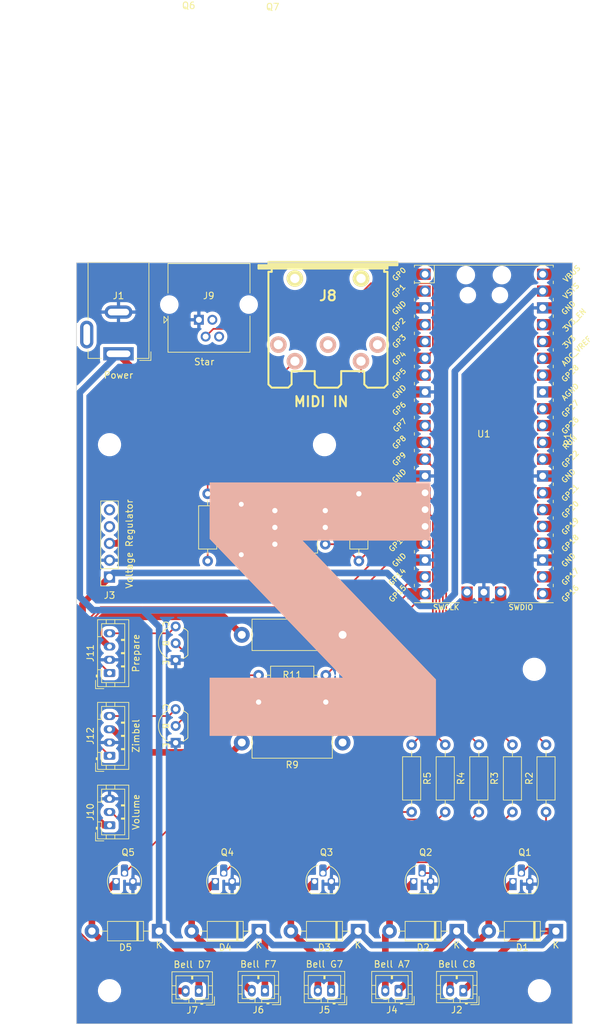
<source format=kicad_pcb>
(kicad_pcb (version 20221018) (generator pcbnew)
  (layers (0 "F.Cu" signal) (31 "B.Cu" signal) (34 "B.Paste" user) (35 "F.Paste" user) (36 "B.SilkS" user "B.Silkscreen") (37 "F.SilkS" user "F.Silkscreen") (38 "B.Mask" user) (39 "F.Mask" user) (44 "Edge.Cuts" user))
  (net 0 "")
  (net 1 "GND")
  (net 2 "+3V3")
  (net 5 "STAR_TX")
  (net 7 "+12V")
  (net 9 "ZIMBLE_SWITCH")
  (net 10 "Net-(D1-A)")
  (net 11 "Net-(D2-A)")
  (net 12 "Net-(D3-A)")
  (net 13 "Net-(D4-A)")
  (net 14 "Net-(D5-A)")
  (net 15 "Net-(D6-K)")
  (net 16 "Net-(D6-A)")
  (net 19 "Net-(J8-Pad4)")
  (net 21 "Net-(Q1-B)")
  (net 22 "Net-(Q2-B)")
  (net 23 "Net-(Q3-B)")
  (net 24 "Net-(Q4-B)")
  (net 25 "Net-(Q5-B)")
  (net 26 "BELL1")
  (net 27 "BELL2")
  (net 28 "BELL3")
  (net 29 "BELL4")
  (net 30 "BELL5")
  (net 33 "PREPARE_SWITCH")
  (net 34 "VOLUME_POT")
  (net 35 "Net-(Q6-B)")
  (net 37 "MIDI_RX")
  (net 44 "Net-(Q7-B)")
  (net 54 "ZIMBLE_LAMP")
  (net 55 "PREPARE_LAMP")
  (net 61 "Net-(J11-Pin_3)")
  (net 62 "Net-(J11-Pin_4)")
  (net 63 "Net-(J12-Pin_3)")
  (net 64 "Net-(J12-Pin_4)")
  (footprint "Connector_JST:JST_PH_B2B-PH-K_1x02_P2.00mm_Vertical" (layer "F.Cu") (at 78.5 140 180)
    (fp_text reference "J5" (at 1 -2.9) (layer "F.SilkS"))
    (fp_text value "Bell G7" (at 1 4) (layer "F.SilkS"))
    (pad "1" thru_hole roundrect (at 0 0 180) (size 1.2 1.75) (drill 0.75) (layers "*.Cu" "*.Mask") (roundrect_rratio 0.2083333333) (net 7 "+12V"))
    (pad "2" thru_hole oval (at 2 0 180) (size 1.2 1.75) (drill 0.75) (layers "*.Cu" "*.Mask") (net 12 "Net-(D3-A)"))
  )
  (footprint "Package_TO_SOT_THT_AKL:TO-92_Inline_Wide_EBC" (layer "F.Cu") (at 55 90.04 90)
    (fp_text reference "Q7" (at 98.68 14.67) (layer "F.SilkS"))
    (fp_text value "2N2222A-TO92" hide)
    (fp_text user "E" (at -0.381 -1.524 -90 unlocked) (layer "F.SilkS") (effects (font (size 0.9 0.9))))
    (fp_text user "B" (at 2.54 -1.524 -90 unlocked) (layer "F.SilkS") (effects (font (size 0.9 0.9))))
    (fp_text user "C" (at 5.461 -1.524 -90 unlocked) (layer "F.SilkS") (effects (font (size 0.9 0.9))))
    (pad "1" thru_hole rect (at 0 0 180) (size 1.5 1.5) (drill 0.8) (layers "*.Cu" "*.Mask") (net 1 "GND"))
    (pad "2" thru_hole circle (at 2.54 0 180) (size 1.5 1.5) (drill 0.8) (layers "*.Cu" "*.Mask") (net 44 "Net-(Q7-B)"))
    (pad "3" thru_hole circle (at 5.08 0 180) (size 1.5 1.5) (drill 0.8) (layers "*.Cu" "*.Mask") (net 62 "Net-(J11-Pin_4)"))
  )
  (footprint "MountingHole:MountingHole_3mm" (layer "F.Cu") (at 109.22 91.44)
    (fp_text reference "H5" hide)
    (fp_text value "MountingHole")
    (pad "" np_thru_hole circle (at 0 0) (size 3 3) (drill 3) (layers "*.Cu" "*.Mask"))
  )
  (footprint "Connector_JST:JST_PH_B2B-PH-K_1x02_P2.00mm_Vertical" (layer "F.Cu") (at 68.5 140 180)
    (fp_text reference "J6" (at 1 -2.9) (layer "F.SilkS"))
    (fp_text value "Bell F7" (at 1 4) (layer "F.SilkS"))
    (pad "1" thru_hole roundrect (at 0 0 180) (size 1.2 1.75) (drill 0.75) (layers "*.Cu" "*.Mask") (roundrect_rratio 0.2083333333) (net 7 "+12V"))
    (pad "2" thru_hole oval (at 2 0 180) (size 1.2 1.75) (drill 0.75) (layers "*.Cu" "*.Mask") (net 13 "Net-(D4-A)"))
  )
  (footprint "Connector_JST:JST_PH_B3B-PH-K_1x03_P2.00mm_Vertical" (layer "F.Cu") (at 45 115 90)
    (fp_text reference "J10" (at 2 -2.9 90) (layer "F.SilkS"))
    (fp_text value "Volume" (at 2 4 90) (layer "F.SilkS"))
    (pad "1" thru_hole roundrect (at 0 0 90) (size 1.2 1.75) (drill 0.75) (layers "*.Cu" "*.Mask") (roundrect_rratio 0.2083333333) (net 2 "+3V3"))
    (pad "2" thru_hole oval (at 2 0 90) (size 1.2 1.75) (drill 0.75) (layers "*.Cu" "*.Mask") (net 34 "VOLUME_POT"))
    (pad "3" thru_hole oval (at 4 0 90) (size 1.2 1.75) (drill 0.75) (layers "*.Cu" "*.Mask") (net 1 "GND"))
  )
  (footprint "Diode_THT:D_DO-41_SOD81_P10.16mm_Horizontal" (layer "F.Cu") (at 52.5 131 180)
    (fp_text reference "D5" (at 5.08 -2.47) (layer "F.SilkS"))
    (fp_text value "1N4007")
    (fp_text user "K" (at 0 -2.1) (layer "F.SilkS"))
    (pad "1" thru_hole rect (at 0 0 180) (size 2.2 2.2) (drill 1.1) (layers "*.Cu" "*.Mask") (net 7 "+12V"))
    (pad "2" thru_hole oval (at 10.16 0 180) (size 2.2 2.2) (drill 1.1) (layers "*.Cu" "*.Mask") (net 14 "Net-(D5-A)"))
  )
  (footprint "Package_DIP_AKL:DIP-6_W7.62mm" (layer "F.Cu") (at 70 67.46)
    (fp_text reference "U2" (at 3.81 -2.33) (layer "F.SilkS"))
    (fp_text value "H11L1" hide)
    (pad "1" thru_hole rect (at 0 0) (size 1.6 1.6) (drill 0.8) (layers "*.Cu" "*.Mask") (net 15 "Net-(D6-K)"))
    (pad "2" thru_hole oval (at 0 2.54) (size 1.6 1.6) (drill 0.8) (layers "*.Cu" "*.Mask") (net 16 "Net-(D6-A)"))
    (pad "3" thru_hole oval (at 0 5.08) (size 1.6 1.6) (drill 0.8) (layers "*.Cu" "*.Mask"))
    (pad "4" thru_hole oval (at 7.62 5.08) (size 1.6 1.6) (drill 0.8) (layers "*.Cu" "*.Mask") (net 37 "MIDI_RX"))
    (pad "5" thru_hole oval (at 7.62 2.54) (size 1.6 1.6) (drill 0.8) (layers "*.Cu" "*.Mask") (net 1 "GND"))
    (pad "6" thru_hole oval (at 7.62 0) (size 1.6 1.6) (drill 0.8) (layers "*.Cu" "*.Mask") (net 2 "+3V3"))
  )
  (footprint "Resistor_THT:R_Axial_DIN0207_L6.3mm_D2.5mm_P10.16mm_Horizontal" (layer "F.Cu") (at 82.7 64.92 -90)
    (fp_text reference "R7" (at 5.08 -2.37 90) (layer "F.SilkS"))
    (fp_text value "470")
    (pad "1" thru_hole circle (at 0 0 270) (size 1.6 1.6) (drill 0.8) (layers "*.Cu" "*.Mask") (net 2 "+3V3"))
    (pad "2" thru_hole oval (at 10.16 0 270) (size 1.6 1.6) (drill 0.8) (layers "*.Cu" "*.Mask") (net 37 "MIDI_RX"))
  )
  (footprint "Resistor_THT:R_Axial_DIN0414_L11.9mm_D4.5mm_P15.24mm_Horizontal" (layer "F.Cu") (at 80.24 102.5 180)
    (fp_text reference "R9" (at 7.62 -3.37) (layer "F.SilkS"))
    (fp_text value "120")
    (pad "1" thru_hole circle (at 0 0 180) (size 2.4 2.4) (drill 1.2) (layers "*.Cu" "*.Mask") (net 7 "+12V"))
    (pad "2" thru_hole oval (at 15.24 0 180) (size 2.4 2.4) (drill 1.2) (layers "*.Cu" "*.Mask") (net 63 "Net-(J12-Pin_3)"))
  )
  (footprint "Resistor_THT:R_Axial_DIN0207_L6.3mm_D2.5mm_P10.16mm_Horizontal" (layer "F.Cu") (at 77.7 92.34 180)
    (fp_text reference "R11" (at 5.08 0.06) (layer "F.SilkS"))
    (fp_text value "1k")
    (pad "1" thru_hole circle (at 0 0 180) (size 1.6 1.6) (drill 0.8) (layers "*.Cu" "*.Mask") (net 55 "PREPARE_LAMP"))
    (pad "2" thru_hole oval (at 10.16 0 180) (size 1.6 1.6) (drill 0.8) (layers "*.Cu" "*.Mask") (net 44 "Net-(Q7-B)"))
  )
  (footprint "MountingHole:MountingHole_3mm" (layer "F.Cu") (at 77.5 57.5)
    (fp_text reference "H4" hide)
    (fp_text value "MountingHole")
    (pad "" np_thru_hole circle (at 0 0) (size 3 3) (drill 3) (layers "*.Cu" "*.Mask"))
  )
  (footprint "Diode_THT:D_DO-41_SOD81_P10.16mm_Horizontal" (layer "F.Cu") (at 82.58 131 180)
    (fp_text reference "D3" (at 5.08 -2.47) (layer "F.SilkS"))
    (fp_text value "1N4007")
    (fp_text user "K" (at 0 -2.1) (layer "F.SilkS"))
    (pad "1" thru_hole rect (at 0 0 180) (size 2.2 2.2) (drill 1.1) (layers "*.Cu" "*.Mask") (net 7 "+12V"))
    (pad "2" thru_hole oval (at 10.16 0 180) (size 2.2 2.2) (drill 1.1) (layers "*.Cu" "*.Mask") (net 12 "Net-(D3-A)"))
  )
  (footprint "Diode_THT:D_DO-41_SOD81_P10.16mm_Horizontal" (layer "F.Cu") (at 97.5 131 180)
    (fp_text reference "D2" (at 5.08 -2.47) (layer "F.SilkS"))
    (fp_text value "1N4007")
    (fp_text user "K" (at 0 -2.1) (layer "F.SilkS"))
    (pad "1" thru_hole rect (at 0 0 180) (size 2.2 2.2) (drill 1.1) (layers "*.Cu" "*.Mask") (net 7 "+12V"))
    (pad "2" thru_hole oval (at 10.16 0 180) (size 2.2 2.2) (drill 1.1) (layers "*.Cu" "*.Mask") (net 11 "Net-(D2-A)"))
  )
  (footprint "Resistor_THT:R_Axial_DIN0207_L6.3mm_D2.5mm_P10.16mm_Horizontal" (layer "F.Cu") (at 95.76 102.84 -90)
    (fp_text reference "R4" (at 5.08 -2.37 -270) (layer "F.SilkS"))
    (fp_text value "510")
    (pad "1" thru_hole circle (at 0 0 270) (size 1.6 1.6) (drill 0.8) (layers "*.Cu" "*.Mask") (net 29 "BELL4"))
    (pad "2" thru_hole oval (at 10.16 0 270) (size 1.6 1.6) (drill 0.8) (layers "*.Cu" "*.Mask") (net 24 "Net-(Q4-B)"))
  )
  (footprint "Connector_JST:JST_PH_B2B-PH-K_1x02_P2.00mm_Vertical" (layer "F.Cu") (at 88.7 140 180)
    (fp_text reference "J4" (at 1 -2.9) (layer "F.SilkS"))
    (fp_text value "Bell A7" (at 1 4) (layer "F.SilkS"))
    (pad "1" thru_hole roundrect (at 0 0 180) (size 1.2 1.75) (drill 0.75) (layers "*.Cu" "*.Mask") (roundrect_rratio 0.2083333333) (net 7 "+12V"))
    (pad "2" thru_hole oval (at 2 0 180) (size 1.2 1.75) (drill 0.75) (layers "*.Cu" "*.Mask") (net 11 "Net-(D2-A)"))
  )
  (footprint "Connector_PinSocket_2.54mm:PinSocket_1x05_P2.54mm_Vertical" (layer "F.Cu") (at 45 77.5 180)
    (fp_text reference "J3" (at 0 -2.77) (layer "F.SilkS"))
    (fp_text value "Voltage Regulator" (at -3 5 90) (layer "F.SilkS"))
    (pad "1" thru_hole rect (at 0 0 180) (size 1.7 1.7) (drill 1) (layers "*.Cu" "*.Mask") (net 2 "+3V3"))
    (pad "2" thru_hole oval (at 0 2.54 180) (size 1.7 1.7) (drill 1) (layers "*.Cu" "*.Mask") (net 1 "GND"))
    (pad "3" thru_hole oval (at 0 5.08 180) (size 1.7 1.7) (drill 1) (layers "*.Cu" "*.Mask") (net 7 "+12V"))
    (pad "4" thru_hole oval (at 0 7.62 180) (size 1.7 1.7) (drill 1) (layers "*.Cu" "*.Mask"))
    (pad "5" thru_hole oval (at 0 10.16 180) (size 1.7 1.7) (drill 1) (layers "*.Cu" "*.Mask"))
  )
  (footprint "Resistor_THT:R_Axial_DIN0207_L6.3mm_D2.5mm_P10.16mm_Horizontal" (layer "F.Cu") (at 77.7 96.39 180)
    (fp_text reference "R8" (at 5.08 0.11) (layer "F.SilkS"))
    (fp_text value "1k")
    (pad "1" thru_hole circle (at 0 0 180) (size 1.6 1.6) (drill 0.8) (layers "*.Cu" "*.Mask") (net 54 "ZIMBLE_LAMP"))
    (pad "2" thru_hole oval (at 10.16 0 180) (size 1.6 1.6) (drill 0.8) (layers "*.Cu" "*.Mask") (net 35 "Net-(Q6-B)"))
  )
  (footprint "Package_TO_SOT_THT:TO-92_HandSolder" (layer "F.Cu") (at 46 123.5)
    (fp_text reference "Q5" (at 1.81 -4.4) (layer "F.SilkS"))
    (fp_text value "Q_NPN_CBE")
    (pad "1" thru_hole rect (at 0 0) (size 1.1 1.8) (drill 0.75 (offset 0 0.4)) (layers "*.Cu" "*.Mask") (net 14 "Net-(D5-A)"))
    (pad "2" thru_hole roundrect (at 1.27 -1.27) (size 1.1 1.8) (drill 0.75 (offset 0 -0.4)) (layers "*.Cu" "*.Mask") (net 25 "Net-(Q5-B)"))
    (pad "3" thru_hole roundrect (at 2.54 0) (size 1.1 1.8) (drill 0.75 (offset 0 0.4)) (layers "*.Cu" "*.Mask") (net 1 "GND"))
  )
  (footprint "Diode_THT:D_DO-41_SOD81_P10.16mm_Horizontal" (layer "F.Cu") (at 67.58 131 180)
    (fp_text reference "D4" (at 5.08 -2.47) (layer "F.SilkS"))
    (fp_text value "1N4007")
    (fp_text user "K" (at 0 -2.1) (layer "F.SilkS"))
    (pad "1" thru_hole rect (at 0 0 180) (size 2.2 2.2) (drill 1.1) (layers "*.Cu" "*.Mask") (net 7 "+12V"))
    (pad "2" thru_hole oval (at 10.16 0 180) (size 2.2 2.2) (drill 1.1) (layers "*.Cu" "*.Mask") (net 13 "Net-(D4-A)"))
  )
  (footprint "MountingHole:MountingHole_3mm" (layer "F.Cu") (at 45 57.5)
    (fp_text reference "H1" hide)
    (fp_text value "MountingHole")
    (pad "" np_thru_hole circle (at 0 0) (size 3 3) (drill 3) (layers "*.Cu" "*.Mask"))
  )
  (footprint "Package_TO_SOT_THT:TO-92_HandSolder" (layer "F.Cu") (at 91 123.5)
    (fp_text reference "Q2" (at 1.81 -4.4) (layer "F.SilkS"))
    (fp_text value "Q_NPN_CBE")
    (pad "1" thru_hole rect (at 0 0) (size 1.1 1.8) (drill 0.75 (offset 0 0.4)) (layers "*.Cu" "*.Mask") (net 11 "Net-(D2-A)"))
    (pad "2" thru_hole roundrect (at 1.27 -1.27) (size 1.1 1.8) (drill 0.75 (offset 0 -0.4)) (layers "*.Cu" "*.Mask") (net 22 "Net-(Q2-B)"))
    (pad "3" thru_hole roundrect (at 2.54 0) (size 1.1 1.8) (drill 0.75 (offset 0 0.4)) (layers "*.Cu" "*.Mask") (net 1 "GND"))
  )
  (footprint "Resistor_THT:R_Axial_DIN0207_L6.3mm_D2.5mm_P10.16mm_Horizontal" (layer "F.Cu") (at 90.68 102.84 -90)
    (fp_text reference "R5" (at 5.08 -2.37 -270) (layer "F.SilkS"))
    (fp_text value "510")
    (pad "1" thru_hole circle (at 0 0 270) (size 1.6 1.6) (drill 0.8) (layers "*.Cu" "*.Mask") (net 30 "BELL5"))
    (pad "2" thru_hole oval (at 10.16 0 270) (size 1.6 1.6) (drill 0.8) (layers "*.Cu" "*.Mask") (net 25 "Net-(Q5-B)"))
  )
  (footprint "Resistor_THT:R_Axial_DIN0414_L11.9mm_D4.5mm_P15.24mm_Horizontal" (layer "F.Cu") (at 80.24 86.23 180)
    (fp_text reference "R10" (at 7.62 3.45) (layer "F.SilkS"))
    (fp_text value "120")
    (pad "1" thru_hole circle (at 0 0 180) (size 2.4 2.4) (drill 1.2) (layers "*.Cu" "*.Mask") (net 7 "+12V"))
    (pad "2" thru_hole oval (at 15.24 0 180) (size 2.4 2.4) (drill 1.2) (layers "*.Cu" "*.Mask") (net 61 "Net-(J11-Pin_3)"))
  )
  (footprint "Eurocad:MIDI_DIN5" (layer "F.Cu") (at 78.02626 39.3827 180)
    (fp_text reference "J8" (at 0 4.3827) (layer "F.SilkS") (effects (font (size 1.524 1.524) (thickness 0.3048))))
    (fp_text value "MIDI IN" (at 1.02626 -11.6173) (layer "F.SilkS") (effects (font (size 1.524 1.524) (thickness 0.3048))))
    (pad "" np_thru_hole circle (at -5.00126 6.9977 180) (size 2.49936 2.49936) (drill 1.397) (layers "*.Cu" "*.Mask" "F.SilkS"))
    (pad "" np_thru_hole circle (at 5.00126 6.9977 180) (size 2.49936 2.49936) (drill 1.397) (layers "*.Cu" "*.Mask" "F.SilkS"))
    (pad "1" thru_hole circle (at 7.49808 -2.9972 180) (size 2.49936 2.49936) (drill 1.397) (layers "*.Cu" "*.SilkS" "*.Mask"))
    (pad "2" thru_hole circle (at 0 -2.99974 180) (size 2.49936 2.49936) (drill 1.397) (layers "*.Cu" "*.SilkS" "*.Mask"))
    (pad "3" thru_hole circle (at -7.49808 -2.9972 180) (size 2.49936 2.49936) (drill 1.397) (layers "*.Cu" "*.SilkS" "*.Mask"))
    (pad "4" thru_hole circle (at 4.99618 -5.4991 180) (size 2.49936 2.49936) (drill 1.397) (layers "*.Cu" "*.SilkS" "*.Mask") (net 19 "Net-(J8-Pad4)"))
    (pad "5" thru_hole circle (at -4.99618 -5.4991 180) (size 2.49936 2.49936) (drill 1.397) (layers "*.Cu" "*.SilkS" "*.Mask") (net 16 "Net-(D6-A)"))
  )
  (footprint "Package_TO_SOT_THT:TO-92_HandSolder" (layer "F.Cu") (at 106 123.5)
    (fp_text reference "Q1" (at 1.81 -4.4) (layer "F.SilkS"))
    (fp_text value "Q_NPN_CBE")
    (pad "1" thru_hole rect (at 0 0) (size 1.1 1.8) (drill 0.75 (offset 0 0.4)) (layers "*.Cu" "*.Mask") (net 10 "Net-(D1-A)"))
    (pad "2" thru_hole roundrect (at 1.27 -1.27) (size 1.1 1.8) (drill 0.75 (offset 0 -0.4)) (layers "*.Cu" "*.Mask") (net 21 "Net-(Q1-B)"))
    (pad "3" thru_hole roundrect (at 2.54 0) (size 1.1 1.8) (drill 0.75 (offset 0 0.4)) (layers "*.Cu" "*.Mask") (net 1 "GND"))
  )
  (footprint "Connector_JST:JST_PH_B4B-PH-K_1x04_P2.00mm_Vertical" (layer "F.Cu") (at 45 92 90)
    (fp_text reference "J11" (at 3 -2.9 90) (layer "F.SilkS"))
    (fp_text value "Prepare" (at 3 4 90) (layer "F.SilkS"))
    (pad "1" thru_hole roundrect (at 0 0 90) (size 1.2 1.75) (drill 0.75) (layers "*.Cu" "*.Mask") (roundrect_rratio 0.2083333333) (net 33 "PREPARE_SWITCH"))
    (pad "2" thru_hole oval (at 2 0 90) (size 1.2 1.75) (drill 0.75) (layers "*.Cu" "*.Mask") (net 1 "GND"))
    (pad "3" thru_hole oval (at 4 0 90) (size 1.2 1.75) (drill 0.75) (layers "*.Cu" "*.Mask") (net 61 "Net-(J11-Pin_3)"))
    (pad "4" thru_hole oval (at 6 0 90) (size 1.2 1.75) (drill 0.75) (layers "*.Cu" "*.Mask") (net 62 "Net-(J11-Pin_4)"))
  )
  (footprint "Diode_THT:D_DO-41_SOD81_P10.16mm_Horizontal" (layer "F.Cu") (at 112.5 131 180)
    (fp_text reference "D1" (at 5.08 -2.47) (layer "F.SilkS"))
    (fp_text value "1N4007")
    (fp_text user "K" (at 0 -2.1) (layer "F.SilkS"))
    (pad "1" thru_hole rect (at 0 0 180) (size 2.2 2.2) (drill 1.1) (layers "*.Cu" "*.Mask") (net 7 "+12V"))
    (pad "2" thru_hole oval (at 10.16 0 180) (size 2.2 2.2) (drill 1.1) (layers "*.Cu" "*.Mask") (net 10 "Net-(D1-A)"))
  )
  (footprint "Resistor_THT:R_Axial_DIN0207_L6.3mm_D2.5mm_P10.16mm_Horizontal" (layer "F.Cu") (at 100.84 102.84 -90)
    (fp_text reference "R3" (at 5.08 -2.37 -270) (layer "F.SilkS"))
    (fp_text value "510")
    (pad "1" thru_hole circle (at 0 0 270) (size 1.6 1.6) (drill 0.8) (layers "*.Cu" "*.Mask") (net 28 "BELL3"))
    (pad "2" thru_hole oval (at 10.16 0 270) (size 1.6 1.6) (drill 0.8) (layers "*.Cu" "*.Mask") (net 23 "Net-(Q3-B)"))
  )
  (footprint "Resistor_THT:R_Axial_DIN0207_L6.3mm_D2.5mm_P10.16mm_Horizontal" (layer "F.Cu") (at 59.84 64.92 -90)
    (fp_text reference "R6" (at 5.08 -2.37 90) (layer "F.SilkS"))
    (fp_text value "220")
    (pad "1" thru_hole circle (at 0 0 270) (size 1.6 1.6) (drill 0.8) (layers "*.Cu" "*.Mask") (net 19 "Net-(J8-Pad4)"))
    (pad "2" thru_hole oval (at 10.16 0 270) (size 1.6 1.6) (drill 0.8) (layers "*.Cu" "*.Mask") (net 15 "Net-(D6-K)"))
  )
  (footprint "Connector_RJ:RJ14_Connfly_DS1133-S4_Horizontal" (layer "F.Cu") (at 58.51 38.63)
    (fp_text reference "J9" (at 1.49 -3.63 180) (layer "F.SilkS"))
    (fp_text value "Star" (at 0.81 6.35 180) (layer "F.SilkS"))
    (pad "" np_thru_hole circle (at -4.47 -2.3 180) (size 2.3 2.3) (drill 2.3) (layers "*.Cu" "*.Mask"))
    (pad "" np_thru_hole circle (at 7.53 -2.3 180) (size 2.3 2.3) (drill 2.3) (layers "*.Cu" "*.Mask"))
    (pad "1" thru_hole rect (at 0 0 180) (size 1.5 1.5) (drill 0.9) (layers "*.Cu" "*.Mask") (net 1 "GND"))
    (pad "2" thru_hole circle (at 1.02 2.54 180) (size 1.5 1.5) (drill 0.9) (layers "*.Cu" "*.Mask") (net 5 "STAR_TX"))
    (pad "3" thru_hole circle (at 2.04 0 180) (size 1.5 1.5) (drill 0.9) (layers "*.Cu" "*.Mask"))
    (pad "4" thru_hole circle (at 3.06 2.54 180) (size 1.5 1.5) (drill 0.9) (layers "*.Cu" "*.Mask"))
  )
  (footprint "Package_TO_SOT_THT_AKL:TO-92_Inline_Wide_EBC" (layer "F.Cu") (at 55 102.54 90)
    (fp_text reference "Q6" (at 111.38 1.97) (layer "F.SilkS"))
    (fp_text value "2N2222A-TO92" hide)
    (fp_text user "B" (at 2.54 -1.524 -90 unlocked) (layer "F.SilkS") (effects (font (size 0.9 0.9))))
    (fp_text user "C" (at 5.461 -1.524 -90 unlocked) (layer "F.SilkS") (effects (font (size 0.9 0.9))))
    (fp_text user "E" (at -0.381 -1.524 -90 unlocked) (layer "F.SilkS") (effects (font (size 0.9 0.9))))
    (pad "1" thru_hole rect (at 0 0 180) (size 1.5 1.5) (drill 0.8) (layers "*.Cu" "*.Mask") (net 1 "GND"))
    (pad "2" thru_hole circle (at 2.54 0 180) (size 1.5 1.5) (drill 0.8) (layers "*.Cu" "*.Mask") (net 35 "Net-(Q6-B)"))
    (pad "3" thru_hole circle (at 5.08 0 180) (size 1.5 1.5) (drill 0.8) (layers "*.Cu" "*.Mask") (net 64 "Net-(J12-Pin_4)"))
  )
  (footprint "MountingHole:MountingHole_3mm" (layer "F.Cu") (at 45 140)
    (fp_text reference "H3" hide)
    (fp_text value "MountingHole")
    (pad "" np_thru_hole circle (at 0 0) (size 3 3) (drill 3) (layers "*.Cu" "*.Mask"))
  )
  (footprint "Connector_JST:JST_PH_B4B-PH-K_1x04_P2.00mm_Vertical" (layer "F.Cu") (at 45 104.5 90)
    (fp_text reference "J12" (at 3 -2.9 90) (layer "F.SilkS"))
    (fp_text value "Zimbel" (at 3 4 90) (layer "F.SilkS"))
    (pad "1" thru_hole roundrect (at 0 0 90) (size 1.2 1.75) (drill 0.75) (layers "*.Cu" "*.Mask") (roundrect_rratio 0.2083333333) (net 9 "ZIMBLE_SWITCH"))
    (pad "2" thru_hole oval (at 2 0 90) (size 1.2 1.75) (drill 0.75) (layers "*.Cu" "*.Mask") (net 1 "GND"))
    (pad "3" thru_hole oval (at 4 0 90) (size 1.2 1.75) (drill 0.75) (layers "*.Cu" "*.Mask") (net 63 "Net-(J12-Pin_3)"))
    (pad "4" thru_hole oval (at 6 0 90) (size 1.2 1.75) (drill 0.75) (layers "*.Cu" "*.Mask") (net 64 "Net-(J12-Pin_4)"))
  )
  (footprint "Connector_JST:JST_PH_B2B-PH-K_1x02_P2.00mm_Vertical" (layer "F.Cu") (at 98.5 140 180)
    (fp_text reference "J2" (at 1 -2.9) (layer "F.SilkS"))
    (fp_text value "Bell C8" (at 1 4) (layer "F.SilkS"))
    (pad "1" thru_hole roundrect (at 0 0 180) (size 1.2 1.75) (drill 0.75) (layers "*.Cu" "*.Mask") (roundrect_rratio 0.2083333333) (net 7 "+12V"))
    (pad "2" thru_hole oval (at 2 0 180) (size 1.2 1.75) (drill 0.75) (layers "*.Cu" "*.Mask") (net 10 "Net-(D1-A)"))
  )
  (footprint "Package_TO_SOT_THT:TO-92_HandSolder" (layer "F.Cu") (at 61 123.5)
    (fp_text reference "Q4" (at 1.81 -4.4) (layer "F.SilkS"))
    (fp_text value "Q_NPN_CBE")
    (pad "1" thru_hole rect (at 0 0) (size 1.1 1.8) (drill 0.75 (offset 0 0.4)) (layers "*.Cu" "*.Mask") (net 13 "Net-(D4-A)"))
    (pad "2" thru_hole roundrect (at 1.27 -1.27) (size 1.1 1.8) (drill 0.75 (offset 0 -0.4)) (layers "*.Cu" "*.Mask") (net 24 "Net-(Q4-B)"))
    (pad "3" thru_hole roundrect (at 2.54 0) (size 1.1 1.8) (drill 0.75 (offset 0 0.4)) (layers "*.Cu" "*.Mask") (net 1 "GND"))
  )
  (footprint "Resistor_THT:R_Axial_DIN0207_L6.3mm_D2.5mm_P10.16mm_Horizontal" (layer "F.Cu") (at 111 102.84 -90)
    (fp_text reference "R1" (at -46.14 -3.28 -270) (layer "F.SilkS"))
    (fp_text value "510")
    (pad "1" thru_hole circle (at 0 0 270) (size 1.6 1.6) (drill 0.8) (layers "*.Cu" "*.Mask") (net 26 "BELL1"))
    (pad "2" thru_hole oval (at 10.16 0 270) (size 1.6 1.6) (drill 0.8) (layers "*.Cu" "*.Mask") (net 21 "Net-(Q1-B)"))
  )
  (footprint "Package_TO_SOT_THT:TO-92_HandSolder" (layer "F.Cu") (at 76 123.5)
    (fp_text reference "Q3" (at 1.81 -4.4) (layer "F.SilkS"))
    (fp_text value "Q_NPN_CBE")
    (pad "1" thru_hole rect (at 0 0) (size 1.1 1.8) (drill 0.75 (offset 0 0.4)) (layers "*.Cu" "*.Mask") (net 12 "Net-(D3-A)"))
    (pad "2" thru_hole roundrect (at 1.27 -1.27) (size 1.1 1.8) (drill 0.75 (offset 0 -0.4)) (layers "*.Cu" "*.Mask") (net 23 "Net-(Q3-B)"))
    (pad "3" thru_hole roundrect (at 2.54 0) (size 1.1 1.8) (drill 0.75 (offset 0 0.4)) (layers "*.Cu" "*.Mask") (net 1 "GND"))
  )
  (footprint "Connector_BarrelJack:BarrelJack_GCT_DCJ200-10-A_Horizontal" (layer "F.Cu") (at 46.355 43.765 180)
    (fp_text reference "J1" (at 0 8.765) (layer "F.SilkS"))
    (fp_text value "Power" (at 0 -3.235) (layer "F.SilkS"))
    (pad "1" thru_hole rect (at 0 0 180) (size 4.6 2) (drill oval 3.6 1) (layers "*.Cu" "*.Mask") (net 7 "+12V"))
    (pad "2" thru_hole oval (at 0 6.3 180) (size 4.2 2) (drill oval 3.2 1) (layers "*.Cu" "*.Mask") (net 1 "GND"))
    (pad "3" thru_hole oval (at 4.8 2.9 180) (size 2 4.2) (drill oval 1 3.2) (layers "*.Cu" "*.Mask"))
  )
  (footprint "Resistor_THT:R_Axial_DIN0207_L6.3mm_D2.5mm_P10.16mm_Horizontal" (layer "F.Cu") (at 105.92 102.84 -90)
    (fp_text reference "R2" (at 5.08 -2.54 -270) (layer "F.SilkS"))
    (fp_text value "510")
    (pad "1" thru_hole circle (at 0 0 270) (size 1.6 1.6) (drill 0.8) (layers "*.Cu" "*.Mask") (net 27 "BELL2"))
    (pad "2" thru_hole oval (at 10.16 0 270) (size 1.6 1.6) (drill 0.8) (layers "*.Cu" "*.Mask") (net 22 "Net-(Q2-B)"))
  )
  (footprint "Diode_THT:D_DO-34_SOD68_P7.62mm_Horizontal" (layer "F.Cu") (at 64.92 66.5 -90)
    (fp_text reference "D6" (at 3.81 -1.92 90) (layer "F.SilkS"))
    (fp_text value "1N914")
    (fp_text user "K" (at 0 -1.75 90) (layer "F.SilkS"))
    (pad "1" thru_hole rect (at 0 0 270) (size 1.5 1.5) (drill 0.75) (layers "*.Cu" "*.Mask") (net 15 "Net-(D6-K)"))
    (pad "2" thru_hole oval (at 7.62 0 270) (size 1.5 1.5) (drill 0.75) (layers "*.Cu" "*.Mask") (net 16 "Net-(D6-A)"))
  )
  (footprint "MCU_RaspberryPi_and_Boards:RPi_Pico_SMD_TH" (layer "F.Cu") (at 101.6 55.88)
    (fp_text reference "U1" (at 0 0) (layer "F.SilkS"))
    (fp_text value "Pico")
    (fp_text user "GP5" (at -12.8 -8.89 45) (layer "F.SilkS") (effects (font (size 0.8 0.8))))
    (fp_text user "3V3" (at 12.9 -13.9 45) (layer "F.SilkS") (effects (font (size 0.8 0.8))))
    (fp_text user "VSYS" (at 13.2 -21.59 45) (layer "F.SilkS") (effects (font (size 0.8 0.8))))
    (fp_text user "GP10" (at -13.054 8.89 45) (layer "F.SilkS") (effects (font (size 0.8 0.8))))
    (fp_text user "SWCLK" (at -5.7 26.2) (layer "F.SilkS") (effects (font (size 0.8 0.8))))
    (fp_text user "GP28" (at 13.054 -9.144 45) (layer "F.SilkS") (effects (font (size 0.8 0.8))))
    (fp_text user "GND" (at 12.8 19.05 45) (layer "F.SilkS") (effects (font (size 0.8 0.8))))
    (fp_text user "GP16" (at 13.054 24.13 45) (layer "F.SilkS") (effects (font (size 0.8 0.8))))
    (fp_text user "GP18" (at 13.054 16.51 45) (layer "F.SilkS") (effects (font (size 0.8 0.8))))
    (fp_text user "GP19" (at 13.054 13.97 45) (layer "F.SilkS") (effects (font (size 0.8 0.8))))
    (fp_text user "GND" (at -12.8 6.35 45) (layer "F.SilkS") (effects (font (size 0.8 0.8))))
    (fp_text user "GP3" (at -12.8 -13.97 45) (layer "F.SilkS") (effects (font (size 0.8 0.8))))
    (fp_text user "RUN" (at 13 1.27 45) (layer "F.SilkS") (effects (font (size 0.8 0.8))))
    (fp_text user "GP7" (at -12.7 -1.3 45) (layer "F.SilkS") (effects (font (size 0.8 0.8))))
    (fp_text user "SWDIO" (at 5.6 26.2) (layer "F.SilkS") (effects (font (size 0.8 0.8))))
    (fp_text user "GP17" (at 13.054 21.59 45) (layer "F.SilkS") (effects (font (size 0.8 0.8))))
    (fp_text user "GP14" (at -13.1 21.59 45) (layer "F.SilkS") (effects (font (size 0.8 0.8))))
    (fp_text user "GP8" (at -12.8 1.27 45) (layer "F.SilkS") (effects (font (size 0.8 0.8))))
    (fp_text user "GP20" (at 13.054 11.43 45) (layer "F.SilkS") (effects (font (size 0.8 0.8))))
    (fp_text user "GP13" (at -13.054 16.51 45) (layer "F.SilkS") (effects (font (size 0.8 0.8))))
    (fp_text user "GND" (at -12.8 19.05 45) (layer "F.SilkS") (effects (font (size 0.8 0.8))))
    (fp_text user "GP11" (at -13.2 11.43 45) (layer "F.SilkS") (effects (font (size 0.8 0.8))))
    (fp_text user "GP27" (at 13.054 -3.8 45) (layer "F.SilkS") (effects (font (size 0.8 0.8))))
    (fp_text user "GP4" (at -12.8 -11.43 45) (layer "F.SilkS") (effects (font (size 0.8 0.8))))
    (fp_text user "GP1" (at -12.9 -21.6 45) (layer "F.SilkS") (effects (font (size 0.8 0.8))))
    (fp_text user "GP15" (at -13.054 24.13 45) (layer "F.SilkS") (effects (font (size 0.8 0.8))))
    (fp_text user "GP21" (at 13.054 8.9 45) (layer "F.SilkS") (effects (font (size 0.8 0.8))))
    (fp_text user "VBUS" (at 13.3 -24.2 45) (layer "F.SilkS") (effects (font (size 0.8 0.8))))
    (fp_text user "GP22" (at 13.054 3.81 45) (layer "F.SilkS") (effects (font (size 0.8 0.8))))
    (fp_text user "AGND" (at 13.054 -6.35 45) (layer "F.SilkS") (effects (font (size 0.8 0.8))))
    (fp_text user "GP2" (at -12.9 -16.51 45) (layer "F.SilkS") (effects (font (size 0.8 0.8))))
    (fp_text user "GND" (at 12.8 6.35 45) (layer "F.SilkS") (effects (font (size 0.8 0.8))))
    (fp_text user "GP12" (at -13.2 13.97 45) (layer "F.SilkS") (effects (font (size 0.8 0.8))))
    (fp_text user "GP6" (at -12.8 -3.81 45) (layer "F.SilkS") (effects (font (size 0.8 0.8))))
    (fp_text user "GP26" (at 13.054 -1.27 45) (layer "F.SilkS") (effects (font (size 0.8 0.8))))
    (fp_text user "ADC_VREF" (at 14 -12.5 45) (layer "F.SilkS") (effects (font (size 0.8 0.8))))
    (fp_text user "3V3_EN" (at 13.7 -17.2 45) (layer "F.SilkS") (effects (font (size 0.8 0.8))))
    (fp_text user "GND" (at 12.8 -19.05 45) (layer "F.SilkS") (effects (font (size 0.8 0.8))))
    (fp_text user "GP9" (at -12.8 3.81 45) (layer "F.SilkS") (effects (font (size 0.8 0.8))))
    (fp_text user "GP0" (at -12.8 -24.13 45) (layer "F.SilkS") (effects (font (size 0.8 0.8))))
    (fp_text user "GND" (at -12.8 -19.05 45) (layer "F.SilkS") (effects (font (size 0.8 0.8))))
    (fp_text user "GND" (at -12.8 -6.35 45) (layer "F.SilkS") (effects (font (size 0.8 0.8))))
    (pad "" np_thru_hole oval (at -2.725 -24) (size 1.8 1.8) (drill 1.8) (layers "*.Cu" "*.Mask"))
    (pad "" np_thru_hole oval (at -2.425 -20.97) (size 1.5 1.5) (drill 1.5) (layers "*.Cu" "*.Mask"))
    (pad "" np_thru_hole oval (at 2.425 -20.97) (size 1.5 1.5) (drill 1.5) (layers "*.Cu" "*.Mask"))
    (pad "" np_thru_hole oval (at 2.725 -24) (size 1.8 1.8) (drill 1.8) (layers "*.Cu" "*.Mask"))
    (pad "1" thru_hole oval (at -8.89 -24.13) (size 1.7 1.7) (drill 1.02) (layers "*.Cu" "*.Mask"))
    (pad "1" smd rect (at -8.89 -24.13) (size 3.5 1.7) (drill (offset -0.9 0)) (layers "F.Cu" "F.Mask"))
    (pad "2" thru_hole oval (at -8.89 -21.59) (size 1.7 1.7) (drill 1.02) (layers "*.Cu" "*.Mask") (net 37 "MIDI_RX"))
    (pad "2" smd rect (at -8.89 -21.59) (size 3.5 1.7) (drill (offset -0.9 0)) (layers "F.Cu" "F.Mask") (net 37 "MIDI_RX"))
    (pad "3" thru_hole rect (at -8.89 -19.05) (size 1.7 1.7) (drill 1.02) (layers "*.Cu" "*.Mask") (net 1 "GND"))
    (pad "3" smd rect (at -8.89 -19.05) (size 3.5 1.7) (drill (offset -0.9 0)) (layers "F.Cu" "F.Mask") (net 1 "GND"))
    (pad "4" thru_hole oval (at -8.89 -16.51) (size 1.7 1.7) (drill 1.02) (layers "*.Cu" "*.Mask"))
    (pad "4" smd rect (at -8.89 -16.51) (size 3.5 1.7) (drill (offset -0.9 0)) (layers "F.Cu" "F.Mask"))
    (pad "5" thru_hole oval (at -8.89 -13.97) (size 1.7 1.7) (drill 1.02) (layers "*.Cu" "*.Mask"))
    (pad "5" smd rect (at -8.89 -13.97) (size 3.5 1.7) (drill (offset -0.9 0)) (layers "F.Cu" "F.Mask"))
    (pad "6" thru_hole oval (at -8.89 -11.43) (size 1.7 1.7) (drill 1.02) (layers "*.Cu" "*.Mask") (net 5 "STAR_TX"))
    (pad "6" smd rect (at -8.89 -11.43) (size 3.5 1.7) (drill (offset -0.9 0)) (layers "F.Cu" "F.Mask") (net 5 "STAR_TX"))
    (pad "7" thru_hole oval (at -8.89 -8.89) (size 1.7 1.7) (drill 1.02) (layers "*.Cu" "*.Mask"))
    (pad "7" smd rect (at -8.89 -8.89) (size 3.5 1.7) (drill (offset -0.9 0)) (layers "F.Cu" "F.Mask"))
    (pad "8" thru_hole rect (at -8.89 -6.35) (size 1.7 1.7) (drill 1.02) (layers "*.Cu" "*.Mask") (net 1 "GND"))
    (pad "8" smd rect (at -8.89 -6.35) (size 3.5 1.7) (drill (offset -0.9 0)) (layers "F.Cu" "F.Mask") (net 1 "GND"))
    (pad "9" thru_hole oval (at -8.89 -3.81) (size 1.7 1.7) (drill 1.02) (layers "*.Cu" "*.Mask"))
    (pad "9" smd rect (at -8.89 -3.81) (size 3.5 1.7) (drill (offset -0.9 0)) (layers "F.Cu" "F.Mask"))
    (pad "10" thru_hole oval (at -8.89 -1.27) (size 1.7 1.7) (drill 1.02) (layers "*.Cu" "*.Mask") (net 26 "BELL1"))
    (pad "10" smd rect (at -8.89 -1.27) (size 3.5 1.7) (drill (offset -0.9 0)) (layers "F.Cu" "F.Mask") (net 26 "BELL1"))
    (pad "11" thru_hole oval (at -8.89 1.27) (size 1.7 1.7) (drill 1.02) (layers "*.Cu" "*.Mask") (net 27 "BELL2"))
    (pad "11" smd rect (at -8.89 1.27) (size 3.5 1.7) (drill (offset -0.9 0)) (layers "F.Cu" "F.Mask") (net 27 "BELL2"))
    (pad "12" thru_hole oval (at -8.89 3.81) (size 1.7 1.7) (drill 1.02) (layers "*.Cu" "*.Mask") (net 28 "BELL3"))
    (pad "12" smd rect (at -8.89 3.81) (size 3.5 1.7) (drill (offset -0.9 0)) (layers "F.Cu" "F.Mask") (net 28 "BELL3"))
    (pad "13" thru_hole rect (at -8.89 6.35) (size 1.7 1.7) (drill 1.02) (layers "*.Cu" "*.Mask") (net 1 "GND"))
    (pad "13" smd rect (at -8.89 6.35) (size 3.5 1.7) (drill (offset -0.9 0)) (layers "F.Cu" "F.Mask") (net 1 "GND"))
    (pad "14" thru_hole oval (at -8.89 8.89) (size 1.7 1.7) (drill 1.02) (layers "*.Cu" "*.Mask") (net 29 "BELL4"))
    (pad "14" smd rect (at -8.89 8.89) (size 3.5 1.7) (drill (offset -0.9 0)) (layers "F.Cu" "F.Mask") (net 29 "BELL4"))
    (pad "15" thru_hole oval (at -8.89 11.43) (size 1.7 1.7) (drill 1.02) (layers "*.Cu" "*.Mask") (net 30 "BELL5"))
    (pad "15" smd rect (at -8.89 11.43) (size 3.5 1.7) (drill (offset -0.9 0)) (layers "F.Cu" "F.Mask") (net 30 "BELL5"))
    (pad "16" thru_hole oval (at -8.89 13.97) (size 1.7 1.7) (drill 1.02) (layers "*.Cu" "*.Mask") (net 9 "ZIMBLE_SWITCH"))
    (pad "16" smd rect (at -8.89 13.97) (size 3.5 1.7) (drill (offset -0.9 0)) (layers "F.Cu" "F.Mask") (net 9 "ZIMBLE_SWITCH"))
    (pad "17" thru_hole oval (at -8.89 16.51) (size 1.7 1.7) (drill 1.02) (layers "*.Cu" "*.Mask") (net 33 "PREPARE_SWITCH"))
    (pad "17" smd rect (at -8.89 16.51) (size 3.5 1.7) (drill (offset -0.9 0)) (layers "F.Cu" "F.Mask") (net 33 "PREPARE_SWITCH"))
    (pad "18" thru_hole rect (at -8.89 19.05) (size 1.7 1.7) (drill 1.02) (layers "*.Cu" "*.Mask") (net 1 "GND"))
    (pad "18" smd rect (at -8.89 19.05) (size 3.5 1.7) (drill (offset -0.9 0)) (layers "F.Cu" "F.Mask") (net 1 "GND"))
    (pad "19" thru_hole oval (at -8.89 21.59) (size 1.7 1.7) (drill 1.02) (layers "*.Cu" "*.Mask") (net 55 "PREPARE_LAMP"))
    (pad "19" smd rect (at -8.89 21.59) (size 3.5 1.7) (drill (offset -0.9 0)) (layers "F.Cu" "F.Mask") (net 55 "PREPARE_LAMP"))
    (pad "20" thru_hole oval (at -8.89 24.13) (size 1.7 1.7) (drill 1.02) (layers "*.Cu" "*.Mask") (net 54 "ZIMBLE_LAMP"))
    (pad "20" smd rect (at -8.89 24.13) (size 3.5 1.7) (drill (offset -0.9 0)) (layers "F.Cu" "F.Mask") (net 54 "ZIMBLE_LAMP"))
    (pad "21" thru_hole oval (at 8.89 24.13) (size 1.7 1.7) (drill 1.02) (layers "*.Cu" "*.Mask"))
    (pad "21" smd rect (at 8.89 24.13) (size 3.5 1.7) (drill (offset 0.9 0)) (layers "F.Cu" "F.Mask"))
    (pad "22" thru_hole oval (at 8.89 21.59) (size 1.7 1.7) (drill 1.02) (layers "*.Cu" "*.Mask"))
    (pad "22" smd rect (at 8.89 21.59) (size 3.5 1.7) (drill (offset 0.9 0)) (layers "F.Cu" "F.Mask"))
    (pad "23" thru_hole rect (at 8.89 19.05) (size 1.7 1.7) (drill 1.02) (layers "*.Cu" "*.Mask") (net 1 "GND"))
    (pad "23" smd rect (at 8.89 19.05) (size 3.5 1.7) (drill (offset 0.9 0)) (layers "F.Cu" "F.Mask") (net 1 "GND"))
    (pad "24" thru_hole oval (at 8.89 16.51) (size 1.7 1.7) (drill 1.02) (layers "*.Cu" "*.Mask"))
    (pad "24" smd rect (at 8.89 16.51) (size 3.5 1.7) (drill (offset 0.9 0)) (layers "F.Cu" "F.Mask"))
    (pad "25" thru_hole oval (at 8.89 13.97) (size 1.7 1.7) (drill 1.02) (layers "*.Cu" "*.Mask"))
    (pad "25" smd rect (at 8.89 13.97) (size 3.5 1.7) (drill (offset 0.9 0)) (layers "F.Cu" "F.Mask"))
    (pad "26" thru_hole oval (at 8.89 11.43) (size 1.7 1.7) (drill 1.02) (layers "*.Cu" "*.Mask"))
    (pad "26" smd rect (at 8.89 11.43) (size 3.5 1.7) (drill (offset 0.9 0)) (layers "F.Cu" "F.Mask"))
    (pad "27" thru_hole oval (at 8.89 8.89) (size 1.7 1.7) (drill 1.02) (layers "*.Cu" "*.Mask"))
    (pad "27" smd rect (at 8.89 8.89) (size 3.5 1.7) (drill (offset 0.9 0)) (layers "F.Cu" "F.Mask"))
    (pad "28" thru_hole rect (at 8.89 6.35) (size 1.7 1.7) (drill 1.02) (layers "*.Cu" "*.Mask") (net 1 "GND"))
    (pad "28" smd rect (at 8.89 6.35) (size 3.5 1.7) (drill (offset 0.9 0)) (layers "F.Cu" "F.Mask") (net 1 "GND"))
    (pad "29" thru_hole oval (at 8.89 3.81) (size 1.7 1.7) (drill 1.02) (layers "*.Cu" "*.Mask"))
    (pad "29" smd rect (at 8.89 3.81) (size 3.5 1.7) (drill (offset 0.9 0)) (layers "F.Cu" "F.Mask"))
    (pad "30" thru_hole oval (at 8.89 1.27) (size 1.7 1.7) (drill 1.02) (layers "*.Cu" "*.Mask"))
    (pad "30" smd rect (at 8.89 1.27) (size 3.5 1.7) (drill (offset 0.9 0)) (layers "F.Cu" "F.Mask"))
    (pad "31" thru_hole oval (at 8.89 -1.27) (size 1.7 1.7) (drill 1.02) (layers "*.Cu" "*.Mask") (net 34 "VOLUME_POT"))
    (pad "31" smd rect (at 8.89 -1.27) (size 3.5 1.7) (drill (offset 0.9 0)) (layers "F.Cu" "F.Mask") (net 34 "VOLUME_POT"))
    (pad "32" thru_hole oval (at 8.89 -3.81) (size 1.7 1.7) (drill 1.02) (layers "*.Cu" "*.Mask"))
    (pad "32" smd rect (at 8.89 -3.81) (size 3.5 1.7) (drill (offset 0.9 0)) (layers "F.Cu" "F.Mask"))
    (pad "33" thru_hole rect (at 8.89 -6.35) (size 1.7 1.7) (drill 1.02) (layers "*.Cu" "*.Mask"))
    (pad "33" smd rect (at 8.89 -6.35) (size 3.5 1.7) (drill (offset 0.9 0)) (layers "F.Cu" "F.Mask"))
    (pad "34" thru_hole oval (at 8.89 -8.89) (size 1.7 1.7) (drill 1.02) (layers "*.Cu" "*.Mask"))
    (pad "34" smd rect (at 8.89 -8.89) (size 3.5 1.7) (drill (offset 0.9 0)) (layers "F.Cu" "F.Mask"))
    (pad "35" thru_hole oval (at 8.89 -11.43) (size 1.7 1.7) (drill 1.02) (layers "*.Cu" "*.Mask"))
    (pad "35" smd rect (at 8.89 -11.43) (size 3.5 1.7) (drill (offset 0.9 0)) (layers "F.Cu" "F.Mask"))
    (pad "36" thru_hole oval (at 8.89 -13.97) (size 1.7 1.7) (drill 1.02) (layers "*.Cu" "*.Mask"))
    (pad "36" smd rect (at 8.89 -13.97) (size 3.5 1.7) (drill (offset 0.9 0)) (layers "F.Cu" "F.Mask"))
    (pad "37" thru_hole oval (at 8.89 -16.51) (size 1.7 1.7) (drill 1.02) (layers "*.Cu" "*.Mask"))
    (pad "37" smd rect (at 8.89 -16.51) (size 3.5 1.7) (drill (offset 0.9 0)) (layers "F.Cu" "F.Mask"))
    (pad "38" thru_hole rect (at 8.89 -19.05) (size 1.7 1.7) (drill 1.02) (layers "*.Cu" "*.Mask") (net 1 "GND"))
    (pad "38" smd rect (at 8.89 -19.05) (size 3.5 1.7) (drill (offset 0.9 0)) (layers "F.Cu" "F.Mask") (net 1 "GND"))
    (pad "39" thru_hole oval (at 8.89 -21.59) (size 1.7 1.7) (drill 1.02) (layers "*.Cu" "*.Mask") (net 2 "+3V3"))
    (pad "39" smd rect (at 8.89 -21.59) (size 3.5 1.7) (drill (offset 0.9 0)) (layers "F.Cu" "F.Mask") (net 2 "+3V3"))
    (pad "40" thru_hole oval (at 8.89 -24.13) (size 1.7 1.7) (drill 1.02) (layers "*.Cu" "*.Mask"))
    (pad "40" smd rect (at 8.89 -24.13) (size 3.5 1.7) (drill (offset 0.9 0)) (layers "F.Cu" "F.Mask"))
    (pad "41" thru_hole oval (at -2.54 23.9) (size 1.7 1.7) (drill 1.02) (layers "*.Cu" "*.Mask"))
    (pad "41" smd rect (at -2.54 23.9 90) (size 3.5 1.7) (drill (offset -0.9 0)) (layers "F.Cu" "F.Mask"))
    (pad "42" thru_hole rect (at 0 23.9) (size 1.7 1.7) (drill 1.02) (layers "*.Cu" "*.Mask") (net 1 "GND"))
    (pad "42" smd rect (at 0 23.9 90) (size 3.5 1.7) (drill (offset -0.9 0)) (layers "F.Cu" "F.Mask") (net 1 "GND"))
    (pad "43" thru_hole oval (at 2.54 23.9) (size 1.7 1.7) (drill 1.02) (layers "*.Cu" "*.Mask"))
    (pad "43" smd rect (at 2.54 23.9 90) (size 3.5 1.7) (drill (offset -0.9 0)) (layers "F.Cu" "F.Mask"))
  )
  (footprint "MountingHole:MountingHole_3mm" (layer "F.Cu") (at 110 140)
    (fp_text reference "H2" hide)
    (fp_text value "MountingHole")
    (pad "" np_thru_hole circle (at 0 0) (size 3 3) (drill 3) (layers "*.Cu" "*.Mask"))
  )
  (footprint "Connector_JST:JST_PH_B2B-PH-K_1x02_P2.00mm_Vertical" (layer "F.Cu") (at 58.5 140.05 180)
    (fp_text reference "J7" (at 1 -2.9) (layer "F.SilkS"))
    (fp_text value "Bell D7" (at 1 4) (layer "F.SilkS"))
    (pad "1" thru_hole roundrect (at 0 0 180) (size 1.2 1.75) (drill 0.75) (layers "*.Cu" "*.Mask") (roundrect_rratio 0.2083333333) (net 7 "+12V"))
    (pad "2" thru_hole oval (at 2 0 180) (size 1.2 1.75) (drill 0.75) (layers "*.Cu" "*.Mask") (net 14 "Net-(D5-A)"))
  )
  (gr_poly (pts (xy 40 30) (xy 115 30) (xy 115 145) (xy 40 145)) (stroke (width 0.1)) (fill none) (layer "Edge.Cuts"))
  (gr_text "z" (at 97.5 110) (layer "B.SilkS") (effects (font (size 50 50) (thickness 0.3) bold) (justify left bottom mirror)))
  (segment (start 44.125 115) (end 40.925 111.8) (width 1) (layer "F.Cu") (net 2))
  (segment (start 45 115) (end 44.125 115) (width 1) (layer "F.Cu") (net 2))
  (segment (start 40.925 111.8) (end 40.925 81.575) (width 1) (layer "F.Cu") (net 2))
  (segment (start 40.925 81.575) (end 45 77.5) (width 1) (layer "F.Cu") (net 2))
  (segment (start 75.04 67.46) (end 72.5 70) (width 1) (layer "B.Cu") (net 2))
  (segment (start 97.21 46.41) (end 109.33 34.29) (width 1) (layer "B.Cu") (net 2))
  (segment (start 91.943704 81.86) (end 95.35 81.86) (width 1) (layer "B.Cu") (net 2))
  (segment (start 80.16 67.46) (end 82.7 64.92) (width 1) (layer "B.Cu") (net 2))
  (segment (start 91.943704 81.86) (end 86.963704 76.88) (width 1) (layer "B.Cu") (net 2))
  (segment (start 86.963704 76.88) (end 68.94 76.88) (width 1) (layer "B.Cu") (net 2))
  (segment (start 77.62 67.46) (end 80.16 67.46) (width 1) (layer "B.Cu") (net 2))
  (segment (start 68.94 76.88) (end 45.62 76.88) (width 1) (layer "B.Cu") (net 2))
  (segment (start 72.5 70) (end 72.5 73.32) (width 1) (layer "B.Cu") (net 2))
  (segment (start 97.21 80) (end 97.21 46.41) (width 1) (layer "B.Cu") (net 2))
  (segment (start 45.62 76.88) (end 45 77.5) (width 1) (layer "B.Cu") (net 2))
  (segment (start 72.5 73.32) (end 68.94 76.88) (width 1) (layer "B.Cu") (net 2))
  (segment (start 77.62 67.46) (end 75.04 67.46) (width 1) (layer "B.Cu") (net 2))
  (segment (start 95.35 81.86) (end 97.21 80) (width 1) (layer "B.Cu") (net 2))
  (segment (start 109.33 34.29) (end 110.49 34.29) (width 1) (layer "B.Cu") (net 2))
  (segment (start 93.885 43.275) (end 93.885 33.115) (width 0.25) (layer "F.Cu") (net 5))
  (segment (start 60.7 40) (end 59.53 41.17) (width 0.25) (layer "F.Cu") (net 5))
  (segment (start 77.639454 40) (end 60.7 40) (width 0.25) (layer "F.Cu") (net 5))
  (segment (start 92.71 44.45) (end 93.885 43.275) (width 0.25) (layer "F.Cu") (net 5))
  (segment (start 84.524454 33.115) (end 77.639454 40) (width 0.25) (layer "F.Cu") (net 5))
  (segment (start 93.885 33.115) (end 84.524454 33.115) (width 0.25) (layer "F.Cu") (net 5))
  (segment (start 68.5 132) (end 67.5 131) (width 1) (layer "F.Cu") (net 7))
  (segment (start 46.202081 72.42) (end 52.5 66.122081) (width 1) (layer "F.Cu") (net 7))
  (segment (start 58.5 137) (end 52.5 131) (width 1) (layer "F.Cu") (net 7))
  (segment (start 88.7 140) (end 97.5 131.2) (width 1) (layer "F.Cu") (net 7))
  (segment (start 52.5 66.122081) (end 52.5 50) (width 1) (layer "F.Cu") (net 7))
  (segment (start 97.5 131.2) (end 97.5 131) (width 1) (layer "F.Cu") (net 7))
  (segment (start 68.5 140) (end 68.5 132) (width 1) (layer "F.Cu") (net 7))
  (segment (start 52.5 50) (end 46.355 43.855) (width 1) (layer "F.Cu") (net 7))
  (segment (start 78.5 140) (end 78.5 135.08) (width 1) (layer "F.Cu") (net 7))
  (segment (start 45 72.42) (end 46.202081 72.42) (width 1) (layer "F.Cu") (net 7))
  (segment (start 46.355 43.855) (end 46.355 43.765) (width 1) (layer "F.Cu") (net 7))
  (segment (start 58.5 140.05) (end 58.5 137) (width 1) (layer "F.Cu") (net 7))
  (segment (start 78.5 135.08) (end 82.58 131) (width 1) (layer "F.Cu") (net 7))
  (segment (start 98.5 140) (end 107.5 131) (width 1) (layer "F.Cu") (net 7))
  (segment (start 107.5 131) (end 112.5 131) (width 1) (layer "F.Cu") (net 7))
  (segment (start 40.5 80.5) (end 40.5 49.62) (width 1) (layer "B.Cu") (net 7))
  (segment (start 80.24 102.5) (end 80.24 86.23) (width 1) (layer "B.Cu") (net 7))
  (segment (start 95.4 133.1) (end 97.5 131) (width 1) (layer "B.Cu") (net 7))
  (segment (start 80.48 133.1) (end 82.58 131) (width 1) (layer "B.Cu") (net 7))
  (segment (start 84.68 133.1) (end 95.4 133.1) (width 1) (layer "B.Cu") (net 7))
  (segment (start 54.6 133.1) (end 65.48 133.1) (width 1) (layer "B.Cu") (net 7))
  (segment (start 52.5 131) (end 54.6 133.1) (width 1) (layer "B.Cu") (net 7))
  (segment (start 69.68 133.1) (end 80.48 133.1) (width 1) (layer "B.Cu") (net 7))
  (segment (start 42.5 82.5) (end 40.5 80.5) (width 1) (layer "B.Cu") (net 7))
  (segment (start 97.5 131) (end 99.6 133.1) (width 1) (layer "B.Cu") (net 7))
  (segment (start 50 82.5) (end 42.5 82.5) (width 1) (layer "B.Cu") (net 7))
  (segment (start 80.24 86.23) (end 76.51 82.5) (width 1) (layer "B.Cu") (net 7))
  (segment (start 76.51 82.5) (end 50 82.5) (width 1) (layer "B.Cu") (net 7))
  (segment (start 99.6 133.1) (end 110.4 133.1) (width 1) (layer "B.Cu") (net 7))
  (segment (start 67.58 131) (end 69.68 133.1) (width 1) (layer "B.Cu") (net 7))
  (segment (start 82.58 131) (end 84.68 133.1) (width 1) (layer "B.Cu") (net 7))
  (segment (start 110.4 133.1) (end 112.5 131) (width 1) (layer "B.Cu") (net 7))
  (segment (start 40.5 49.62) (end 46.355 43.765) (width 1) (layer "B.Cu") (net 7))
  (segment (start 52.5 85) (end 50 82.5) (width 1) (layer "B.Cu") (net 7))
  (segment (start 65.48 133.1) (end 67.58 131) (width 1) (layer "B.Cu") (net 7))
  (segment (start 44.923704 72.42) (end 45 72.42) (width 1) (layer "B.Cu") (net 7))
  (segment (start 52.5 131) (end 52.5 85) (width 1) (layer "B.Cu") (net 7))
  (segment (start 90.15 69.85) (end 92.71 69.85) (width 0.25) (layer "F.Cu") (net 9))
  (segment (start 42.05 101.55) (end 42.05 83.646878) (width 0.25) (layer "F.Cu") (net 9))
  (segment (start 45 104.5) (end 42.05 101.55) (width 0.25) (layer "F.Cu") (net 9))
  (segment (start 43.646878 82.05) (end 77.95 82.05) (width 0.25) (layer "F.Cu") (net 9))
  (segment (start 77.95 82.05) (end 90.15 69.85) (width 0.25) (layer "F.Cu") (net 9))
  (segment (start 42.05 83.646878) (end 43.646878 82.05) (width 0.25) (layer "F.Cu") (net 9))
  (segment (start 102.34 127.16) (end 106 123.5) (width 1) (layer "F.Cu") (net 10))
  (segment (start 96.5 140) (end 96.5 136.84) (width 1) (layer "F.Cu") (net 10))
  (segment (start 96.5 136.84) (end 102.34 131) (width 1) (layer "F.Cu") (net 10))
  (segment (start 102.34 131) (end 102.34 127.16) (width 1) (layer "F.Cu") (net 10))
  (segment (start 87.34 127.16) (end 91 123.5) (width 1) (layer "F.Cu") (net 11))
  (segment (start 86.7 140) (end 86.7 131.64) (width 1) (layer "F.Cu") (net 11))
  (segment (start 86.7 131.64) (end 87.34 131) (width 1) (layer "F.Cu") (net 11))
  (segment (start 87.34 131) (end 87.34 127.16) (width 1) (layer "F.Cu") (net 11))
  (segment (start 72.42 127.08) (end 76 123.5) (width 1) (layer "F.Cu") (net 12))
  (segment (start 76.5 140) (end 76.5 135.08) (width 1) (layer "F.Cu") (net 12))
  (segment (start 76.5 135.08) (end 72.42 131) (width 1) (layer "F.Cu") (net 12))
  (segment (start 72.42 131) (end 72.42 127.08) (width 1) (layer "F.Cu") (net 12))
  (segment (start 66.5 140) (end 66.34 140) (width 1) (layer "F.Cu") (net 13))
  (segment (start 66.34 140) (end 57.34 131) (width 1) (layer "F.Cu") (net 13))
  (segment (start 57.42 131) (end 57.42 127.08) (width 1) (layer "F.Cu") (net 13))
  (segment (start 57.42 127.08) (end 61 123.5) (width 1) (layer "F.Cu") (net 13))
  (segment (start 42.34 131) (end 42.34 127.16) (width 1) (layer "F.Cu") (net 14))
  (segment (start 56.5 140.05) (end 51.39 140.05) (width 1) (layer "F.Cu") (net 14))
  (segment (start 42.34 127.16) (end 46 123.5) (width 1) (layer "F.Cu") (net 14))
  (segment (start 51.39 140.05) (end 42.34 131) (width 1) (layer "F.Cu") (net 14))
  (segment (start 59.84 71.58) (end 64.92 66.5) (width 0.25) (layer "F.Cu") (net 15))
  (segment (start 65.88 67.46) (end 64.92 66.5) (width 0.25) (layer "F.Cu") (net 15))
  (segment (start 70 67.46) (end 65.88 67.46) (width 0.25) (layer "F.Cu") (net 15))
  (segment (start 59.84 75.08) (end 59.84 71.58) (width 0.25) (layer "F.Cu") (net 15))
  (segment (start 70 70) (end 65.88 74.12) (width 0.25) (layer "F.Cu") (net 16))
  (segment (start 83.02244 44.8818) (end 83.02244 56.97756) (width 0.25) (layer "F.Cu") (net 16))
  (segment (start 83.02244 56.97756) (end 70 70) (width 0.25) (layer "F.Cu") (net 16))
  (segment (start 65.88 74.12) (end 64.92 74.12) (width 0.25) (layer "F.Cu") (net 16))
  (segment (start 59.84 58.07188) (end 73.03008 44.8818) (width 0.25) (layer "F.Cu") (net 19))
  (segment (start 59.84 64.92) (end 59.84 58.07188) (width 0.25) (layer "F.Cu") (net 19))
  (segment (start 111 118.5) (end 111 113) (width 0.25) (layer "F.Cu") (net 21))
  (segment (start 107.27 122.23) (end 111 118.5) (width 0.25) (layer "F.Cu") (net 21))
  (segment (start 92.27 122.23) (end 96.69 122.23) (width 0.25) (layer "F.Cu") (net 22))
  (segment (start 96.69 122.23) (end 105.92 113) (width 0.25) (layer "F.Cu") (net 22))
  (segment (start 77.27 122.23) (end 78.895 120.605) (width 0.25) (layer "F.Cu") (net 23))
  (segment (start 93.235 120.605) (end 100.84 113) (width 0.25) (layer "F.Cu") (net 23))
  (segment (start 78.895 120.605) (end 93.235 120.605) (width 0.25) (layer "F.Cu") (net 23))
  (segment (start 94.635 114.125) (end 95.76 113) (width 0.25) (layer "F.Cu") (net 24))
  (segment (start 70.375 114.125) (end 94.635 114.125) (width 0.25) (layer "F.Cu") (net 24))
  (segment (start 62.27 122.23) (end 70.375 114.125) (width 0.25) (layer "F.Cu") (net 24))
  (segment (start 47.27 122.23) (end 56.5 113) (width 0.25) (layer "F.Cu") (net 25))
  (segment (start 56.5 113) (end 90.68 113) (width 0.25) (layer "F.Cu") (net 25))
  (segment (start 111 102.84) (end 95.9 87.74) (width 0.25) (layer "F.Cu") (net 26))
  (segment (start 95.9 87.74) (end 95.9 57.8) (width 0.25) (layer "F.Cu") (net 26))
  (segment (start 95.9 57.8) (end 92.71 54.61) (width 0.25) (layer "F.Cu") (net 26))
  (segment (start 95.4 59.84) (end 92.71 57.15) (width 0.25) (layer "F.Cu") (net 27))
  (segment (start 95.4 92.32) (end 95.4 59.84) (width 0.25) (layer "F.Cu") (net 27))
  (segment (start 105.92 102.84) (end 95.4 92.32) (width 0.25) (layer "F.Cu") (net 27))
  (segment (start 94.9 61.88) (end 92.71 59.69) (width 0.25) (layer "F.Cu") (net 28))
  (segment (start 94.9 96.9) (end 94.9 61.88) (width 0.25) (layer "F.Cu") (net 28))
  (segment (start 100.84 102.84) (end 94.9 96.9) (width 0.25) (layer "F.Cu") (net 28))
  (segment (start 95.76 102.84) (end 94.4 101.48) (width 0.25) (layer "F.Cu") (net 29))
  (segment (start 94.4 66.46) (end 92.71 64.77) (width 0.25) (layer "F.Cu") (net 29))
  (segment (start 94.4 101.48) (end 94.4 66.46) (width 0.25) (layer "F.Cu") (net 29))
  (segment (start 93.885 99.635) (end 90.68 102.84) (width 0.25) (layer "F.Cu") (net 30))
  (segment (start 93.885 68.485) (end 93.885 99.635) (width 0.25) (layer "F.Cu") (net 30))
  (segment (start 92.71 67.31) (end 93.885 68.485) (width 0.25) (layer "F.Cu") (net 30))
  (segment (start 80 82.5) (end 90.11 72.39) (width 0.25) (layer "F.Cu") (net 33))
  (segment (start 43.833274 82.5) (end 80 82.5) (width 0.25) (layer "F.Cu") (net 33))
  (segment (start 42.5 83.833274) (end 43.833274 82.5) (width 0.25) (layer "F.Cu") (net 33))
  (segment (start 45 92) (end 42.5 89.5) (width 0.25) (layer "F.Cu") (net 33))
  (segment (start 42.5 89.5) (end 42.5 83.833274) (width 0.25) (layer "F.Cu") (net 33))
  (segment (start 90.11 72.39) (end 92.71 72.39) (width 0.25) (layer "F.Cu") (net 33))
  (segment (start 46.5 114.225) (end 46.5 118.625) (width 0.25) (layer "F.Cu") (net 34))
  (segment (start 45 113) (end 45.275 113) (width 0.25) (layer "F.Cu") (net 34))
  (segment (start 46.5 118.625) (end 40.125 125) (width 0.25) (layer "F.Cu") (net 34))
  (segment (start 104.45 142.5) (end 114.875 132.075) (width 0.25) (layer "F.Cu") (net 34))
  (segment (start 114.875 57.375) (end 112.11 54.61) (width 0.25) (layer "F.Cu") (net 34))
  (segment (start 40.125 125) (end 40.125 130.800255) (width 0.25) (layer "F.Cu") (net 34))
  (segment (start 114.875 132.075) (end 114.875 57.375) (width 0.25) (layer "F.Cu") (net 34))
  (segment (start 51.824745 142.5) (end 104.45 142.5) (width 0.25) (layer "F.Cu") (net 34))
  (segment (start 40.125 130.800255) (end 51.824745 142.5) (width 0.25) (layer "F.Cu") (net 34))
  (segment (start 45.275 113) (end 46.5 114.225) (width 0.25) (layer "F.Cu") (net 34))
  (segment (start 112.11 54.61) (end 110.49 54.61) (width 0.25) (layer "F.Cu") (net 34))
  (segment (start 55 100) (end 58.61 96.39) (width 0.25) (layer "F.Cu") (net 35))
  (segment (start 58.61 96.39) (end 67.54 96.39) (width 0.25) (layer "F.Cu") (net 35))
  (segment (start 77.62 72.54) (end 80.16 72.54) (width 0.25) (layer "F.Cu") (net 37))
  (segment (start 92.71 34.29) (end 91.1 34.29) (width 0.25) (layer "F.Cu") (net 37))
  (segment (start 80.16 72.54) (end 82.7 75.08) (width 0.25) (layer "F.Cu") (net 37))
  (segment (start 91.1 34.29) (end 89.735 35.655) (width 0.25) (layer "F.Cu") (net 37))
  (segment (start 89.735 35.655) (end 89.735 68.045) (width 0.25) (layer "F.Cu") (net 37))
  (segment (start 89.735 68.045) (end 82.7 75.08) (width 0.25) (layer "F.Cu") (net 37))
  (segment (start 59.84 92.34) (end 55 87.5) (width 0.25) (layer "F.Cu") (net 44))
  (segment (start 67.54 92.34) (end 59.84 92.34) (width 0.25) (layer "F.Cu") (net 44))
  (segment (start 77.7 96.39) (end 77.7 95.02) (width 0.25) (layer "F.Cu") (net 54))
  (segment (start 77.7 95.02) (end 92.71 80.01) (width 0.25) (layer "F.Cu") (net 54))
  (segment (start 91.1 77.47) (end 92.71 77.47) (width 0.25) (layer "F.Cu") (net 55))
  (segment (start 89.735 80.305) (end 89.735 78.835) (width 0.25) (layer "F.Cu") (net 55))
  (segment (start 89.735 78.835) (end 91.1 77.47) (width 0.25) (layer "F.Cu") (net 55))
  (segment (start 77.7 92.34) (end 89.735 80.305) (width 0.25) (layer "F.Cu") (net 55))
  (segment (start 43.425 86.538478) (end 44.886522 88) (width 1) (layer "F.Cu") (net 61))
  (segment (start 44.886522 88) (end 45 88) (width 1) (layer "F.Cu") (net 61))
  (segment (start 62.28 83.51) (end 43.99 83.51) (width 1) (layer "F.Cu") (net 61))
  (segment (start 65 86.23) (end 62.28 83.51) (width 1) (layer "F.Cu") (net 61))
  (segment (start 43.99 83.51) (end 43.425 84.075) (width 1) (layer "F.Cu") (net 61))
  (segment (start 43.425 84.075) (end 43.425 86.538478) (width 1) (layer "F.Cu") (net 61))
  (segment (start 53.96 86) (end 55 84.96) (width 0.25) (layer "F.Cu") (net 62))
  (segment (start 45 86) (end 53.96 86) (width 0.25) (layer "F.Cu") (net 62))
  (segment (start 65 102.5) (end 63.51 103.99) (width 1) (layer "F.Cu") (net 63))
  (segment (start 63.51 103.99) (end 48.99 103.99) (width 1) (layer "F.Cu") (net 63))
  (segment (start 45.5 100.5) (end 45 100.5) (width 1) (layer "F.Cu") (net 63))
  (segment (start 48.99 103.99) (end 45.5 100.5) (width 1) (layer "F.Cu") (net 63))
  (segment (start 45 98.5) (end 53.96 98.5) (width 0.25) (layer "F.Cu") (net 64))
  (segment (start 53.96 98.5) (end 55 97.46) (width 0.25) (layer "F.Cu") (net 64))
  (zone (net 1) (net_name "GND") (layer "B.Cu") (connect_pads (clearance 0.5)) (min_thickness 0.25) (fill yes (thermal_gap 0.5) (thermal_bridge_width 0.5))
    (polygon (pts (xy 115 145) (xy 40 145) (xy 40 30) (xy 115 30)))
  )
)
</source>
